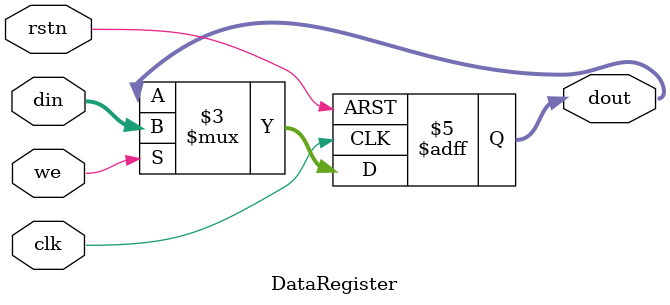
<source format=v>
`timescale 1ns / 1ps


module DataRegister(
    input [15:0] din,
    input clk, rstn, we,//we为写入使能
    output reg [15:0] dout
    );
    always @(posedge clk, negedge rstn) begin
        if(!rstn)   dout <= 0;
        else if(we) dout <= din;
    end
endmodule

</source>
